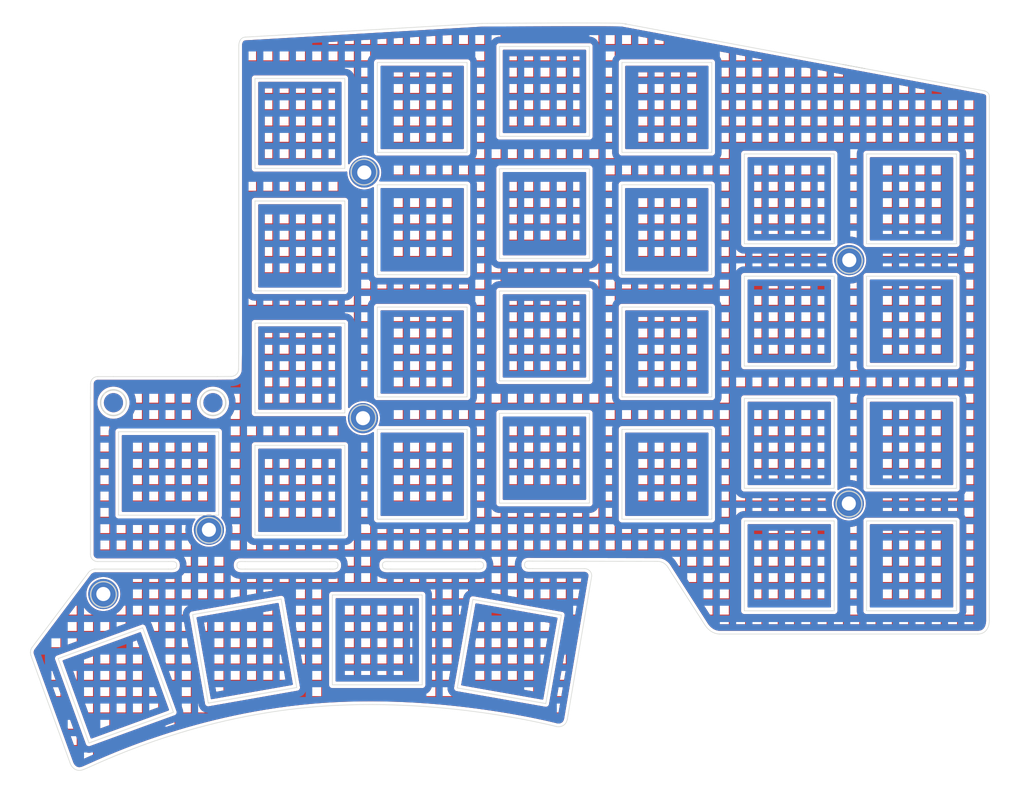
<source format=kicad_pcb>
(kicad_pcb (version 20211014) (generator pcbnew)
  (layers (0 "F.Cu" signal) (31 "B.Cu" signal) (34 "B.Paste" user) (35 "F.Paste" user) (36 "B.SilkS" user "B.Silkscreen") (37 "F.SilkS" user "F.Silkscreen") (38 "B.Mask" user) (39 "F.Mask" user) (44 "Edge.Cuts" user))
  (net 0 "")
  (footprint "SofleKeyboard-footprint:HOLE_M2_TH" (layer "F.Cu") (at 131.4278 59.0114)
    (fp_text reference "TH3" hide)
    (fp_text value "HOLE" hide)
    (pad "" thru_hole circle locked (at 0.025 -0.075 90) (size 4.7 4.7) (drill 2.2) (layers *.Cu *.Mask "Dwgs.User") (clearance 0.3))
  )
  (footprint "SofleKeyboard-footprint:HOLE_M2_TH" (layer "F.Cu") (at 131.2778 97.2914)
    (fp_text reference "TH5" hide)
    (fp_text value "HOLE" hide)
    (pad "" thru_hole circle locked (at -0.025 -0.075 90) (size 4.7 4.7) (drill 2.2) (layers *.Cu *.Mask "Dwgs.User") (clearance 0.3))
  )
  (footprint "SofleKeyboard-footprint:HOLE_M2_TH" (layer "F.Cu") (at 207.038559 72.662636)
    (fp_text reference "TH5" hide)
    (fp_text value "HOLE" hide)
    (pad "" thru_hole circle locked (at -0.025 -0.075 90) (size 4.7 4.7) (drill 2.2) (layers *.Cu *.Mask "Dwgs.User") (clearance 0.3))
  )
  (footprint "SofleKeyboard-footprint:HOLE_M2_TH" (layer "F.Cu") (at 107.273563 114.677639)
    (fp_text reference "TH5" hide)
    (fp_text value "HOLE" hide)
    (pad "" thru_hole circle locked (at -0.025 -0.075 90) (size 4.7 4.7) (drill 2.2) (layers *.Cu *.Mask "Dwgs.User") (clearance 0.3))
  )
  (footprint "SofleKeyboard-footprint:HOLE_M2_TH" (layer "F.Cu") (at 206.968559 110.582632)
    (fp_text reference "TH5" hide)
    (fp_text value "HOLE" hide)
    (pad "" thru_hole circle locked (at -0.025 -0.075 90) (size 4.7 4.7) (drill 2.2) (layers *.Cu *.Mask "Dwgs.User") (clearance 0.3))
  )
  (footprint "SofleKeyboard-footprint:HOLE_M2_TH" (layer "F.Cu") (at 90.823565 124.687638)
    (fp_text reference "TH5" hide)
    (fp_text value "HOLE" hide)
    (pad "" thru_hole circle locked (at -0.025 -0.075 90) (size 4.7 4.7) (drill 2.2) (layers *.Cu *.Mask "Dwgs.User") (clearance 0.3))
  )
  (gr_curve (pts (xy 209.490989 42.757438) (xy 209.490989 42.757438) (xy 206.016115 42.108339) (xy 206.016115 42.108339)) (layer "Edge.Cuts") (width 0.09))
  (gr_curve (pts (xy 108.567505 90.728175) (xy 108.567505 90.728175) (xy 92.37583 90.728175) (xy 92.37583 90.728175)) (layer "Edge.Cuts") (width 0.09))
  (gr_line (start 88.558158 147.817651) (end 83.769878 134.661973) (layer "Edge.Cuts") (width 0.09))
  (gr_line (start 171.594 79.904995) (end 185.593998 79.904995) (layer "Edge.Cuts") (width 0.09))
  (gr_line (start 128.424441 58.304998) (end 114.424443 58.304998) (layer "Edge.Cuts") (width 0.09))
  (gr_line (start 108.771941 99.332462) (end 108.771941 112.332461) (layer "Edge.Cuts") (width 0.09))
  (gr_curve (pts (xy 227.006393 130.849585) (xy 228.946671 130.849585) (xy 228.840842 128.662358) (xy 228.840842 128.662358)) (layer "Edge.Cuts") (width 0.09))
  (gr_line (start 171.574436 60.854998) (end 185.574434 60.854998) (layer "Edge.Cuts") (width 0.09))
  (gr_curve (pts (xy 127.346671 120.125132) (xy 127.346671 120.830687) (xy 126.782235 120.724858) (xy 126.07668 120.724858)) (layer "Edge.Cuts") (width 0.09))
  (gr_line (start 114.424443 101.454993) (end 128.424441 101.454993) (layer "Edge.Cuts") (width 0.09))
  (gr_line (start 223.713549 89.097634) (end 209.713551 89.097634) (layer "Edge.Cuts") (width 0.09))
  (gr_curve (pts (xy 87.659171 151.980982) (xy 89.387791 151.345965) (xy 103.71056 143.937632) (xy 123.466115 142.209033)) (layer "Edge.Cuts") (width 0.09))
  (gr_line (start 162.162749 127.88951) (end 159.731677 141.67682) (layer "Edge.Cuts") (width 0.09))
  (gr_line (start 166.524436 110.455) (end 152.524438 110.455) (layer "Edge.Cuts") (width 0.09))
  (gr_curve (pts (xy 100.951857 120.724858) (xy 100.951857 120.724858) (xy 89.458351 120.724858) (xy 89.458351 120.724858)) (layer "Edge.Cuts") (width 0.09))
  (gr_line (start 171.594 93.904994) (end 171.594 79.904995) (layer "Edge.Cuts") (width 0.09))
  (gr_line (start 128.424441 77.379996) (end 114.424443 77.379996) (layer "Edge.Cuts") (width 0.09))
  (gr_line (start 114.424443 82.404995) (end 128.424441 82.404995) (layer "Edge.Cuts") (width 0.09))
  (gr_line (start 133.47444 112.954992) (end 133.47444 98.954993) (layer "Edge.Cuts") (width 0.09))
  (gr_line (start 204.66356 89.097634) (end 190.663561 89.097634) (layer "Edge.Cuts") (width 0.09))
  (gr_curve (pts (xy 89.458351 120.724858) (xy 89.070282 120.760149) (xy 88.717504 120.971807) (xy 88.470577 121.254025)) (layer "Edge.Cuts") (width 0.09))
  (gr_line (start 133.47444 98.954993) (end 147.474439 98.954993) (layer "Edge.Cuts") (width 0.09))
  (gr_line (start 152.524438 91.404994) (end 152.524438 77.404996) (layer "Edge.Cuts") (width 0.09))
  (gr_line (start 147.473559 79.904995) (end 147.473559 93.904994) (layer "Edge.Cuts") (width 0.09))
  (gr_curve (pts (xy 171.997757 35.768911) (xy 171.997757 35.768911) (xy 171.655573 35.705414) (xy 171.655573 35.705414)) (layer "Edge.Cuts") (width 0.09))
  (gr_line (start 223.713557 108.147632) (end 209.713559 108.147632) (layer "Edge.Cuts") (width 0.09))
  (gr_circle (center 107.874443 94.805002) (end 109.874443 94.805002) (layer "Edge.Cuts") (width 0.2) (fill none))
  (gr_line (start 204.66356 127.222646) (end 190.663561 127.222646) (layer "Edge.Cuts") (width 0.09))
  (gr_line (start 185.574434 74.854996) (end 171.574436 74.854996) (layer "Edge.Cuts") (width 0.09))
  (gr_line (start 166.524436 96.455002) (end 166.524436 110.455) (layer "Edge.Cuts") (width 0.09))
  (gr_curve (pts (xy 172.265871 35.818305) (xy 172.265871 35.818305) (xy 171.997757 35.768911) (xy 171.997757 35.768911)) (layer "Edge.Cuts") (width 0.09))
  (gr_line (start 133.47444 41.805) (end 147.474439 41.805) (layer "Edge.Cuts") (width 0.09))
  (gr_curve (pts (xy 126.07668 119.560696) (xy 126.782235 119.560696) (xy 127.346671 119.419576) (xy 127.346671 120.125132)) (layer "Edge.Cuts") (width 0.09))
  (gr_line (start 171.594 112.954992) (end 171.594 98.954993) (layer "Edge.Cuts") (width 0.09))
  (gr_line (start 128.424441 101.454993) (end 128.424441 115.454991) (layer "Edge.Cuts") (width 0.09))
  (gr_line (start 190.663561 108.147632) (end 190.663561 94.147634) (layer "Edge.Cuts") (width 0.09))
  (gr_line (start 223.713557 127.222646) (end 209.713559 127.222646) (layer "Edge.Cuts") (width 0.09))
  (gr_curve (pts (xy 186.825017 130.849585) (xy 186.825017 130.849585) (xy 225.066115 130.849585) (xy 227.006393 130.849585)) (layer "Edge.Cuts") (width 0.09))
  (gr_line (start 114.424443 115.454991) (end 114.424443 101.454993) (layer "Edge.Cuts") (width 0.09))
  (gr_line (start 209.713559 113.222647) (end 223.713557 113.222647) (layer "Edge.Cuts") (width 0.09))
  (gr_line (start 209.713559 108.147632) (end 209.713559 94.147634) (layer "Edge.Cuts") (width 0.09))
  (gr_line (start 209.713559 70.047637) (end 209.713559 56.047638) (layer "Edge.Cuts") (width 0.09))
  (gr_curve (pts (xy 178.781688 120.477909) (xy 178.781688 120.477909) (xy 184.496671 129.403204) (xy 184.496671 129.403204)) (layer "Edge.Cuts") (width 0.09))
  (gr_line (start 204.663552 70.047637) (end 190.663553 70.047637) (layer "Edge.Cuts") (width 0.09))
  (gr_line (start 190.663561 75.097636) (end 204.66356 75.097636) (layer "Edge.Cuts") (width 0.09))
  (gr_line (start 223.713557 113.222647) (end 223.713557 127.222646) (layer "Edge.Cuts") (width 0.09))
  (gr_curve (pts (xy 150.023237 120.125132) (xy 150.023237 120.830687) (xy 149.458801 120.724858) (xy 148.753245 120.724858)) (layer "Edge.Cuts") (width 0.09))
  (gr_line (start 185.593998 93.904994) (end 171.594 93.904994) (layer "Edge.Cuts") (width 0.09))
  (gr_line (start 114.424443 58.304998) (end 114.424443 44.305) (layer "Edge.Cuts") (width 0.09))
  (gr_curve (pts (xy 89.931829 90.728175) (xy 89.296833 90.728175) (xy 88.802935 91.222072) (xy 88.802935 91.857068)) (layer "Edge.Cuts") (width 0.09))
  (gr_circle (center 131.249561 97.157641) (end 133.24956 97.157641) (layer "Edge.Cuts") (width 0.2) (fill none))
  (gr_line (start 166.524436 91.404994) (end 152.524438 91.404994) (layer "Edge.Cuts") (width 0.09))
  (gr_curve (pts (xy 148.753245 119.560696) (xy 149.458801 119.560696) (xy 150.023237 119.419576) (xy 150.023237 120.125132)) (layer "Edge.Cuts") (width 0.09))
  (gr_line (start 185.593998 41.805) (end 185.593998 55.804998) (layer "Edge.Cuts") (width 0.09))
  (gr_line (start 126.473561 124.75763) (end 140.473559 124.75763) (layer "Edge.Cuts") (width 0.09))
  (gr_line (start 147.473559 93.904994) (end 133.47356 93.904994) (layer "Edge.Cuts") (width 0.09))
  (gr_circle (center 131.401561 58.878638) (end 133.40156 58.878638) (layer "Edge.Cuts") (width 0.2) (fill none))
  (gr_line (start 190.663561 127.222646) (end 190.663561 113.222647) (layer "Edge.Cuts") (width 0.09))
  (gr_line (start 171.594 41.805) (end 185.593998 41.805) (layer "Edge.Cuts") (width 0.09))
  (gr_line (start 107.145447 141.60682) (end 104.714372 127.81951) (layer "Edge.Cuts") (width 0.09))
  (gr_line (start 223.713557 70.047637) (end 209.713559 70.047637) (layer "Edge.Cuts") (width 0.09))
  (gr_curve (pts (xy 112.941936 37.843246) (xy 111.837761 37.89264) (xy 111.897728 39.233192) (xy 111.897728 39.233192)) (layer "Edge.Cuts") (width 0.09))
  (gr_curve (pts (xy 134.289357 120.125132) (xy 134.289357 119.419576) (xy 134.853792 119.560696) (xy 135.559348 119.560696)) (layer "Edge.Cuts") (width 0.09))
  (gr_line (start 223.713549 75.097636) (end 223.713549 89.097634) (layer "Edge.Cuts") (width 0.09))
  (gr_curve (pts (xy 228.840842 47.100132) (xy 228.840842 46.359307) (xy 228.029457 46.218187) (xy 228.029457 46.218187)) (layer "Edge.Cuts") (width 0.09))
  (gr_line (start 114.424443 96.404994) (end 114.424443 82.404995) (layer "Edge.Cuts") (width 0.09))
  (gr_line (start 101.713852 143.02938) (end 88.558158 147.817651) (layer "Edge.Cuts") (width 0.09))
  (gr_line (start 185.593998 112.954992) (end 171.594 112.954992) (layer "Edge.Cuts") (width 0.09))
  (gr_line (start 166.524436 72.354996) (end 152.524438 72.354996) (layer "Edge.Cuts") (width 0.09))
  (gr_line (start 126.473561 138.757628) (end 126.473561 124.75763) (layer "Edge.Cuts") (width 0.09))
  (gr_line (start 204.66356 113.222647) (end 204.66356 127.222646) (layer "Edge.Cuts") (width 0.09))
  (gr_line (start 166.524436 53.304999) (end 152.524438 53.304999) (layer "Edge.Cuts") (width 0.09))
  (gr_curve (pts (xy 148.753245 120.724858) (xy 148.753245 120.724858) (xy 135.559348 120.724858) (xy 135.559348 120.724858)) (layer "Edge.Cuts") (width 0.09))
  (gr_line (start 209.713559 127.222646) (end 209.713559 113.222647) (layer "Edge.Cuts") (width 0.09))
  (gr_line (start 148.375446 125.458438) (end 162.162749 127.88951) (layer "Edge.Cuts") (width 0.09))
  (gr_line (start 185.593998 79.904995) (end 185.593998 93.904994) (layer "Edge.Cuts") (width 0.09))
  (gr_curve (pts (xy 89.457462 120.723479) (xy 89.457462 120.723479) (xy 89.457462 120.723479) (xy 89.457462 120.723479)) (layer "Edge.Cuts") (width 0.09))
  (gr_line (start 223.713557 94.147634) (end 223.713557 108.147632) (layer "Edge.Cuts") (width 0.09))
  (gr_line (start 96.925573 129.873685) (end 101.713852 143.02938) (layer "Edge.Cuts") (width 0.09))
  (gr_line (start 166.524436 77.404996) (end 166.524436 91.404994) (layer "Edge.Cuts") (width 0.09))
  (gr_line (start 118.501682 125.388438) (end 120.932754 139.175748) (layer "Edge.Cuts") (width 0.09))
  (gr_curve (pts (xy 111.612791 120.125132) (xy 111.612791 119.419576) (xy 112.177227 119.560696) (xy 112.882782 119.560696)) (layer "Edge.Cuts") (width 0.09))
  (gr_line (start 108.771941 112.332461) (end 93.171941 112.332461) (layer "Edge.Cuts") (width 0.09))
  (gr_line (start 93.171941 99.332462) (end 108.771941 99.332462) (layer "Edge.Cuts") (width 0.09))
  (gr_line (start 185.593998 55.804998) (end 171.594 55.804998) (layer "Edge.Cuts") (width 0.09))
  (gr_line (start 140.473559 138.757628) (end 126.473561 138.757628) (layer "Edge.Cuts") (width 0.09))
  (gr_line (start 120.932754 139.175748) (end 107.145447 141.60682) (layer "Edge.Cuts") (width 0.09))
  (gr_line (start 140.473559 124.75763) (end 140.473559 138.757628) (layer "Edge.Cuts") (width 0.09))
  (gr_curve (pts (xy 111.864999 89.579821) (xy 111.864999 90.214817) (xy 111.371101 90.708714) (xy 110.736105 90.708714)) (layer "Edge.Cuts") (width 0.09))
  (gr_line (start 185.593998 98.954993) (end 185.593998 112.954992) (layer "Edge.Cuts") (width 0.09))
  (gr_line (start 114.424443 77.379996) (end 114.424443 63.379997) (layer "Edge.Cuts") (width 0.09))
  (gr_line (start 128.424441 82.404995) (end 128.424441 96.404994) (layer "Edge.Cuts") (width 0.09))
  (gr_line (start 204.66356 108.147632) (end 190.663561 108.147632) (layer "Edge.Cuts") (width 0.09))
  (gr_curve (pts (xy 206.016115 42.108339) (xy 207.194403 42.32706) (xy 208.355034 42.542249) (xy 209.490989 42.757438)) (layer "Edge.Cuts") (width 0.09))
  (gr_curve (pts (xy 163.093649 144.096386) (xy 163.093649 144.096386) (xy 166.893073 121.783192) (xy 166.893073 121.783192)) (layer "Edge.Cuts") (width 0.09))
  (gr_curve (pts (xy 100.951857 119.560696) (xy 101.657412 119.560696) (xy 102.221848 119.419576) (xy 102.221848 120.125132)) (layer "Edge.Cuts") (width 0.09))
  (gr_curve (pts (xy 135.559348 119.560696) (xy 135.559348 119.560696) (xy 148.753245 119.560696) (xy 148.753245 119.560696)) (layer "Edge.Cuts") (width 0.09))
  (gr_curve (pts (xy 85.648355 151.028478) (xy 85.648355 151.028478) (xy 86.177522 152.510149) (xy 87.659171 151.980982)) (layer "Edge.Cuts") (width 0.09))
  (gr_circle (center 207.038559 72.662636) (end 209.038559 72.662636) (layer "Edge.Cuts") (width 0.2) (fill none))
  (gr_line (start 209.713551 75.097636) (end 223.713549 75.097636) (layer "Edge.Cuts") (width 0.09))
  (gr_curve (pts (xy 166.893073 121.783192) (xy 166.893073 121.148196) (xy 166.399175 120.654298) (xy 165.76418 120.654298)) (layer "Edge.Cuts") (width 0.09))
  (gr_line (start 147.473559 60.854998) (end 147.473559 74.854996) (layer "Edge.Cuts") (width 0.09))
  (gr_line (start 204.66356 75.097636) (end 204.66356 89.097634) (layer "Edge.Cuts") (width 0.09))
  (gr_circle (center 107.273563 114.677639) (end 109.273563 114.677639) (layer "Edge.Cuts") (width 0.2) (fill none))
  (gr_line (start 204.663552 56.047638) (end 204.663552 70.047637) (layer "Edge.Cuts") (width 0.09))
  (gr_line (start 133.47356 60.854998) (end 147.473559 60.854998) (layer "Edge.Cuts") (width 0.09))
  (gr_curve (pts (xy 111.897728 39.233192) (xy 111.897728 39.233192) (xy 111.897728 82.476698) (xy 111.897728 86.717093)) (layer "Edge.Cuts") (width 0.09))
  (gr_line (start 147.474439 55.804998) (end 133.47444 55.804998) (layer "Edge.Cuts") (width 0.09))
  (gr_line (start 171.594 55.804998) (end 171.594 41.805) (layer "Edge.Cuts") (width 0.09))
  (gr_line (start 209.713551 89.097634) (end 209.713551 75.097636) (layer "Edge.Cuts") (width 0.09))
  (gr_line (start 128.424441 63.379997) (end 128.424441 77.379996) (layer "Edge.Cuts") (width 0.09))
  (gr_line (start 171.574436 74.854996) (end 171.574436 60.854998) (layer "Edge.Cuts") (width 0.09))
  (gr_curve (pts (xy 171.655573 35.705414) (xy 170.808897 35.564316) (xy 149.81862 35.705414) (xy 149.81862 35.705414)) (layer "Edge.Cuts") (width 0.09))
  (gr_line (start 152.524438 39.305) (end 166.524436 39.305) (layer "Edge.Cuts") (width 0.09))
  (gr_curve (pts (xy 88.788064 94.093667) (xy 88.788064 94.093667) (xy 88.788064 118.431803) (xy 88.788064 118.431803)) (layer "Edge.Cuts") (width 0.09))
  (gr_curve (pts (xy 111.897728 86.717093) (xy 111.897728 86.717093) (xy 111.864999 89.579821) (xy 111.864999 89.579821)) (layer "Edge.Cuts") (width 0.09))
  (gr_line (start 152.524438 58.354998) (end 166.524436 58.354998) (layer "Edge.Cuts") (width 0.09))
  (gr_line (start 209.713559 56.047638) (end 223.713557 56.047638) (layer "Edge.Cuts") (width 0.09))
  (gr_curve (pts (xy 123.466115 142.209033) (xy 143.221671 140.480414) (xy 161.460286 145.278204) (xy 161.460286 145.278204)) (layer "Edge.Cuts") (width 0.09))
  (gr_curve (pts (xy 177.158897 119.525427) (xy 178.287791 119.525427) (xy 178.781688 120.477909) (xy 178.781688 120.477909)) (layer "Edge.Cuts") (width 0.09))
  (gr_line (start 152.524438 72.354996) (end 152.524438 58.354998) (layer "Edge.Cuts") (width 0.09))
  (gr_curve (pts (xy 184.496671 129.403204) (xy 185.4633 130.927186) (xy 186.825017 130.849585) (xy 186.825017 130.849585)) (layer "Edge.Cuts") (width 0.09))
  (gr_line (start 114.424443 44.305) (end 128.424441 44.305) (layer "Edge.Cuts") (width 0.09))
  (gr_line (start 128.424441 115.454991) (end 114.424443 115.454991) (layer "Edge.Cuts") (width 0.09))
  (gr_line (start 147.473559 74.854996) (end 133.47356 74.854996) (layer "Edge.Cuts") (width 0.09))
  (gr_circle (center 90.823565 124.687638) (end 92.823565 124.687638) (layer "Edge.Cuts") (width 0.2) (fill none))
  (gr_curve (pts (xy 135.559348 120.724858) (xy 134.853792 120.724858) (xy 134.289357 120.830687) (xy 134.289357 120.125132)) (layer "Edge.Cuts") (width 0.09))
  (gr_line (start 190.663561 89.097634) (end 190.663561 75.097636) (layer "Edge.Cuts") (width 0.09))
  (gr_curve (pts (xy 172.265871 35.818305) (xy 172.265871 35.818305) (xy 171.997757 35.768911) (xy 171.997757 35.768911)) (layer "Edge.Cuts") (width 0.09))
  (gr_line (start 209.713559 94.147634) (end 223.713557 94.147634) (layer "Edge.Cuts") (width 0.09))
  (gr_curve (pts (xy 102.221848 120.125132) (xy 102.221848 120.830687) (xy 101.657412 120.724858) (xy 100.951857 120.724858)) (layer "Edge.Cuts") (width 0.09))
  (gr_line (start 185.574434 60.854998) (end 185.574434 74.854996) (layer "Edge.Cuts") (width 0.09))
  (gr_line (start 114.424443 63.379997) (end 128.424441 63.379997) (layer "Edge.Cuts") (width 0.09))
  (gr_line (start 93.171941 112.332461) (end 93.171941 99.332462) (layer "Edge.Cuts") (width 0.09))
  (gr_curve (pts (xy 88.470577 121.254025) (xy 88.435286 121.289316) (xy 88.400017 121.324585) (xy 88.400017 121.359854)) (layer "Edge.Cuts") (width 0.09))
  (gr_line (start 128.424441 44.305) (end 128.424441 58.304998) (layer "Edge.Cuts") (width 0.09))
  (gr_line (start 190.663561 94.147634) (end 204.66356 94.147634) (layer "Edge.Cuts") (width 0.09))
  (gr_line (start 190.663553 70.047637) (end 190.663553 56.047638) (layer "Edge.Cuts") (width 0.09))
  (gr_curve (pts (xy 112.882782 119.560696) (xy 112.882782 119.560696) (xy 126.07668 119.560696) (xy 126.07668 119.560696)) (layer "Edge.Cuts") (width 0.09))
  (gr_curve (pts (xy 112.882782 120.724858) (xy 112.177227 120.724858) (xy 111.612791 120.830687) (xy 111.612791 120.125132)) (layer "Edge.Cuts") (width 0.09))
  (gr_line (start 152.524438 110.455) (end 152.524438 96.455002) (layer "Edge.Cuts") (width 0.09))
  (gr_line (start 152.524438 53.304999) (end 152.524438 39.305) (layer "Edge.Cuts") (width 0.09))
  (gr_circle (center 92.374445 94.805002) (end 94.374445 94.805002) (layer "Edge.Cuts") (width 0.2) (fill none))
  (gr_curve (pts (xy 149.81862 35.705414) (xy 149.81862 35.705414) (xy 112.941936 37.843246) (xy 112.941936 37.843246)) (layer "Edge.Cuts") (width 0.09))
  (gr_line (start 204.66356 94.147634) (end 204.66356 108.147632) (layer "Edge.Cuts") (width 0.09))
  (gr_curve (pts (xy 157.706726 120.654298) (xy 157.00117 120.654298) (xy 156.436734 120.760149) (xy 156.436734 120.054593)) (layer "Edge.Cuts") (width 0.09))
  (gr_curve (pts (xy 157.706726 119.490136) (xy 157.706726 119.490136) (xy 177.158897 119.525427) (xy 177.158897 119.525427)) (layer "Edge.Cuts") (width 0.09))
  (gr_curve (pts (xy 89.916957 119.560696) (xy 89.916957 119.560696) (xy 100.951857 119.560696) (xy 100.951857 119.560696)) (layer "Edge.Cuts") (width 0.09))
  (gr_circle (center 206.968559 110.582632) (end 208.968559 110.582632) (layer "Edge.Cuts") (width 0.2) (fill none))
  (gr_line (start 190.663553 56.047638) (end 204.663552 56.047638) (layer "Edge.Cuts") (width 0.09))
  (gr_line (start 133.47444 55.804998) (end 133.47444 41.805) (layer "Edge.Cuts") (width 0.09))
  (gr_curve (pts (xy 171.997757 35.768911) (xy 172.075379 35.783036) (xy 172.167105 35.797139) (xy 172.265871 35.818305)) (layer "Edge.Cuts") (width 0.09))
  (gr_line (start 166.524436 39.305) (end 166.524436 53.304999) (layer "Edge.Cuts") (width 0.09))
  (gr_line (start 171.594 98.954993) (end 185.593998 98.954993) (layer "Edge.Cuts") (width 0.09))
  (gr_curve (pts (xy 156.436734 120.054593) (xy 156.436734 119.349038) (xy 157.00117 119.490136) (xy 157.706726 119.490136)) (layer "Edge.Cuts") (width 0.09))
  (gr_line (start 159.731677 141.67682) (end 145.944367 139.245748) (layer "Edge.Cuts") (width 0.09))
  (gr_line (start 190.663561 113.222647) (end 204.66356 113.222647) (layer "Edge.Cuts") (width 0.09))
  (gr_line (start 147.474439 41.805) (end 147.474439 55.804998) (layer "Edge.Cuts") (width 0.09))
  (gr_curve (pts (xy 228.840842 128.662358) (xy 228.840842 128.662358) (xy 228.840842 47.840978) (xy 228.840842 47.100132)) (layer "Edge.Cuts") (width 0.09))
  (gr_line (start 133.47356 79.904995) (end 147.473559 79.904995) (layer "Edge.Cuts") (width 0.09))
  (gr_line (start 133.47356 93.904994) (end 133.47356 79.904995) (layer "Edge.Cuts") (width 0.09))
  (gr_line (start 128.424441 96.404994) (end 114.424443 96.404994) (layer "Edge.Cuts") (width 0.09))
  (gr_curve (pts (xy 79.686402 132.930982) (xy 79.510013 133.177909) (xy 79.439453 133.460149) (xy 79.439453 133.742367)) (layer "Edge.Cuts") (width 0.09))
  (gr_curve (pts (xy 79.439453 133.742367) (xy 79.439453 133.883465) (xy 79.474744 134.024585) (xy 79.510013 134.165704)) (layer "Edge.Cuts") (width 0.09))
  (gr_line (start 223.713557 56.047638) (end 223.713557 70.047637) (layer "Edge.Cuts") (width 0.09))
  (gr_line (start 104.714372 127.81951) (end 118.501682 125.388438) (layer "Edge.Cuts") (width 0.09))
  (gr_curve (pts (xy 228.029457 46.218187) (xy 228.029457 46.218187) (xy 172.265871 35.818305) (xy 172.265871 35.818305)) (layer "Edge.Cuts") (width 0.09))
  (gr_line (start 145.944367 139.245748) (end 148.375446 125.458438) (layer "Edge.Cuts") (width 0.09))
  (gr_curve (pts (xy 126.07668 120.724858) (xy 126.07668 120.724858) (xy 112.882782 120.724858) (xy 112.882782 120.724858)) (layer "Edge.Cuts") (width 0.09))
  (gr_curve (pts (xy 88.802935 91.857068) (xy 88.802935 91.857068) (xy 88.788064 94.093667) (xy 88.788064 94.093667)) (layer "Edge.Cuts") (width 0.09))
  (gr_curve (pts (xy 92.37583 90.728175) (xy 92.37583 90.728175) (xy 89.931829 90.728175) (xy 89.931829 90.728175)) (layer "Edge.Cuts") (width 0.09))
  (gr_curve (pts (xy 110.736105 90.708714) (xy 110.736105 90.708714) (xy 108.567505 90.728175) (xy 108.567505 90.728175)) (layer "Edge.Cuts") (width 0.09))
  (gr_line (start 147.474439 98.954993) (end 147.474439 112.954992) (layer "Edge.Cuts") (width 0.09))
  (gr_line (start 166.524436 58.354998) (end 166.524436 72.354996) (layer "Edge.Cuts") (width 0.09))
  (gr_line (start 133.47356 74.854996) (end 133.47356 60.854998) (layer "Edge.Cuts") (width 0.09))
  (gr_curve (pts (xy 163.083077 144.149311) (xy 163.083077 144.149311) (xy 163.093649 144.096386) (xy 163.093649 144.096386)) (layer "Edge.Cuts") (width 0.09))
  (gr_curve (pts (xy 88.400017 121.359854) (xy 88.400017 121.359854) (xy 79.721671 132.895692) (xy 79.686402 132.930982)) (layer "Edge.Cuts") (width 0.09))
  (gr_line (start 152.524438 77.404996) (end 166.524436 77.404996) (layer "Edge.Cuts") (width 0.09))
  (gr_line (start 152.524438 96.455002) (end 166.524436 96.455002) (layer "Edge.Cuts") (width 0.09))
  (gr_curve (pts (xy 88.788064 118.431803) (xy 88.788064 119.066798) (xy 89.281962 119.560696) (xy 89.916957 119.560696)) (layer "Edge.Cuts") (width 0.09))
  (gr_line (start 83.769878 134.661973) (end 96.925573 129.873685) (layer "Edge.Cuts") (width 0.09))
  (gr_line (start 147.474439 112.954992) (end 133.47444 112.954992) (layer "Edge.Cuts") (width 0.09))
  (gr_curve (pts (xy 79.510013 134.165704) (xy 79.510013 134.165704) (xy 85.648355 151.028478) (xy 85.648355 151.028478)) (layer "Edge.Cuts") (width 0.09))
  (gr_curve (pts (xy 161.460286 145.278204) (xy 161.460286 145.278204) (xy 162.765568 145.525132) (xy 163.083077 144.149311)) (layer "Edge.Cuts") (width 0.09))
  (gr_curve (pts (xy 165.76418 120.654298) (xy 165.76418 120.654298) (xy 157.706726 120.654298) (xy 157.706726 120.654298)) (layer "Edge.Cuts") (width 0.09))
  (zone (net 0) (net_name "") (layer "F.Cu") (connect_pads (clearance 0.508)) (min_thickness 0.254) (fill yes (mode hatch) (thermal_gap 0.508) (thermal_bridge_width 0.508) (hatch_thickness 1.016) (hatch_gap 1.524) (hatch_orientation 0) (hatch_border_algorithm hatch_thickness) (hatch_min_hole_area 0.3))
    (polygon (pts (xy 74.698609 128.843013) (xy 84.924 154.365) (xy 127.114 152.385) (xy 164.134 150.255) (xy 177.224 135.015) (xy 233.734 134.255) (xy 234.2411 44.461427) (xy 165.342748 32.065289) (xy 81.092748 34.365289) (xy 81.548609 116.643013)))
  )
  (zone (net 0) (net_name "") (layer "B.Cu") (connect_pads (clearance 0.508)) (min_thickness 0.254) (fill yes (mode hatch) (thermal_gap 0.508) (thermal_bridge_width 0.508) (hatch_thickness 1.016) (hatch_gap 1.524) (hatch_orientation 0) (hatch_border_algorithm hatch_thickness) (hatch_min_hole_area 0.3))
    (polygon (pts (xy 74.823659 128.842648) (xy 84.735903 154.356684) (xy 164.284 150.405) (xy 177.074 134.865) (xy 234.044 134.255) (xy 234.258466 44.744845) (xy 165.344 32.205) (xy 81.114 34.495) (xy 81.923659 116.242648)))
  )
)
</source>
